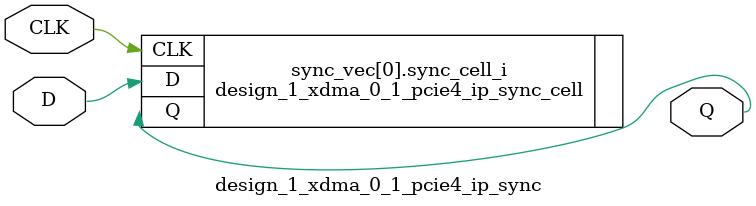
<source format=v>

`timescale 1ps / 1ps

(* DowngradeIPIdentifiedWarnings = "yes" *)
module design_1_xdma_0_1_pcie4_ip_sync #
(
    parameter integer WIDTH = 1, 
    parameter integer STAGE = 3
)
(
    //-------------------------------------------------------------------------- 
    //  Input Ports
    //-------------------------------------------------------------------------- 
    input                               CLK,
    input       [WIDTH-1:0]             D,
    
    //-------------------------------------------------------------------------- 
    //  Output Ports
    //-------------------------------------------------------------------------- 
    output      [WIDTH-1:0]             Q
);                                                        



//--------------------------------------------------------------------------------------------------
//  Generate Synchronizer - Begin
//--------------------------------------------------------------------------------------------------
genvar i;

generate for (i=0; i<WIDTH; i=i+1) 

    begin : sync_vec

    //----------------------------------------------------------------------
    //  Synchronizer
    //----------------------------------------------------------------------
    design_1_xdma_0_1_pcie4_ip_sync_cell #
    (
        .STAGE                          (STAGE)
    )    
    sync_cell_i
    (
        //------------------------------------------------------------------
        //  Input Ports
        //------------------------------------------------------------------
        .CLK                            (CLK),
        .D                              (D[i]),

        //------------------------------------------------------------------
        //  Output Ports
        //------------------------------------------------------------------
        .Q                              (Q[i])
    );
 
    end   
      
endgenerate 
//--------------------------------------------------------------------------------------------------
//  Generate - End
//--------------------------------------------------------------------------------------------------



endmodule

</source>
